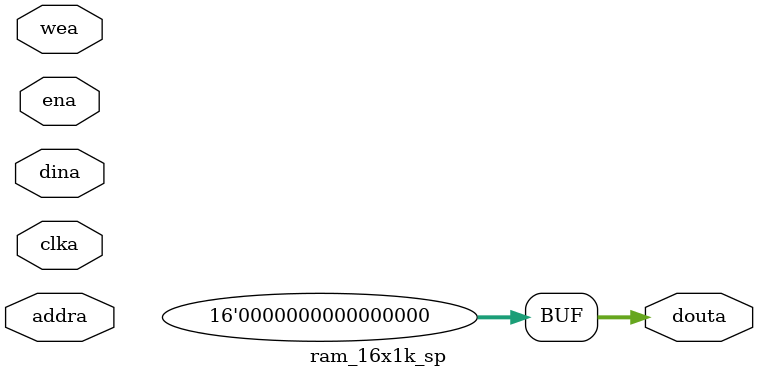
<source format=v>
module ram_16x1k_sp(	// file.cleaned.mlir:2:3
  input         clka,	// file.cleaned.mlir:2:30
                ena,	// file.cleaned.mlir:2:45
  input  [1:0]  wea,	// file.cleaned.mlir:2:59
  input  [9:0]  addra,	// file.cleaned.mlir:2:73
  input  [15:0] dina,	// file.cleaned.mlir:2:90
  output [15:0] douta	// file.cleaned.mlir:2:107
);

  assign douta = 16'h0;	// file.cleaned.mlir:3:15, :4:5
endmodule


</source>
